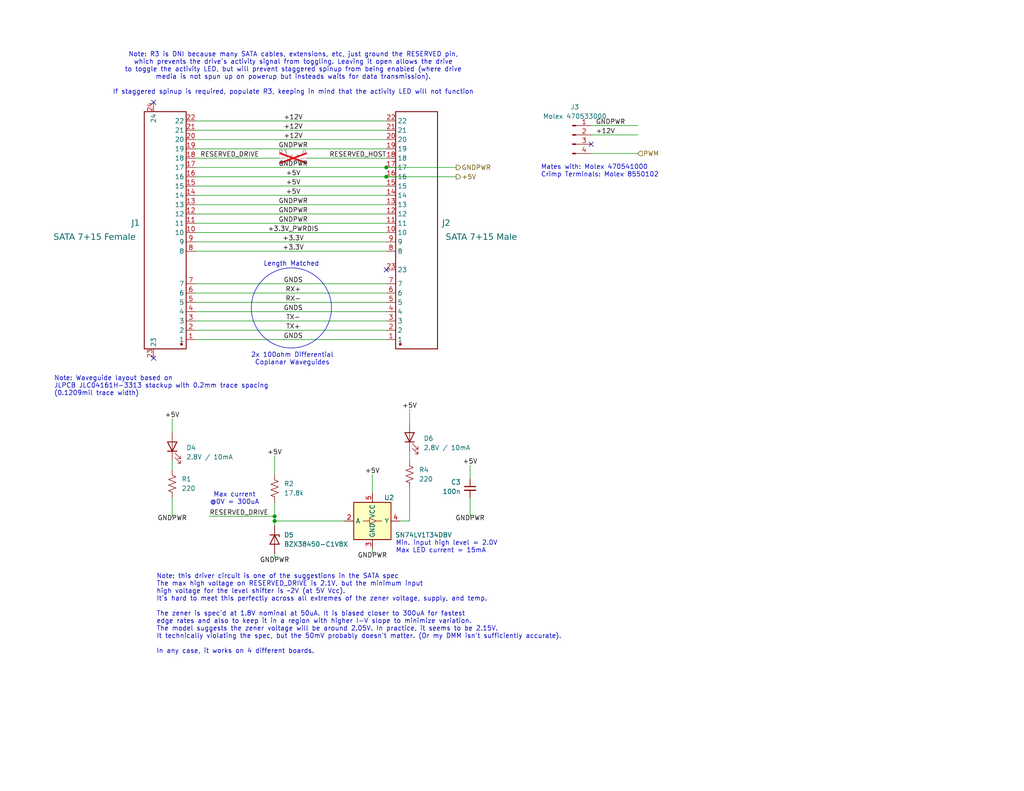
<source format=kicad_sch>
(kicad_sch
	(version 20250114)
	(generator "eeschema")
	(generator_version "9.0")
	(uuid "4247ba1b-fd50-4dee-bf22-e137db9f3c02")
	(paper "USLetter")
	(title_block
		(title "SATA Drive Connections")
	)
	(lib_symbols
		(symbol "1U Backplane:SATA 7+15 TYPE-A (Male)"
			(exclude_from_sim no)
			(in_bom yes)
			(on_board yes)
			(property "Reference" "J2"
				(at -0.9652 -36.1823 0)
				(effects
					(font
						(face "Arial")
						(size 1.6891 1.6891)
					)
					(justify left top)
				)
			)
			(property "Value" "SATA 7+15 Male"
				(at -1.3208 -33.8709 0)
				(effects
					(font
						(face "Arial")
						(size 1.6891 1.6891)
					)
					(justify left top)
				)
			)
			(property "Footprint" "1U Backplane:CONN-TH_SATA7-15-TYPE-A"
				(at 0 0 0)
				(effects
					(font
						(size 1.27 1.27)
					)
					(hide yes)
				)
			)
			(property "Datasheet" ""
				(at 0 0 0)
				(effects
					(font
						(size 1.27 1.27)
					)
					(hide yes)
				)
			)
			(property "Description" ""
				(at 0 0 0)
				(effects
					(font
						(size 1.27 1.27)
					)
					(hide yes)
				)
			)
			(property "Manufacturer Part" "SATA 7+15 TYPE-A"
				(at 0 0 0)
				(effects
					(font
						(size 1.27 1.27)
					)
					(hide yes)
				)
			)
			(property "Manufacturer" "null"
				(at 0 0 0)
				(effects
					(font
						(size 1.27 1.27)
					)
					(hide yes)
				)
			)
			(property "Supplier Part" "C9900165528"
				(at 0 0 0)
				(effects
					(font
						(size 1.27 1.27)
					)
					(hide yes)
				)
			)
			(property "Supplier" "LCSC"
				(at 0 0 0)
				(effects
					(font
						(size 1.27 1.27)
					)
					(hide yes)
				)
			)
			(symbol "SATA 7+15 TYPE-A (Male)_0_0"
				(rectangle
					(start -3.81 31.75)
					(end 7.62 -33.02)
					(stroke
						(width 0.254)
						(type solid)
					)
					(fill
						(type none)
					)
				)
				(circle
					(center -2.54 -31.75)
					(radius 0.254)
					(stroke
						(width 0.254)
						(type solid)
					)
					(fill
						(type outline)
					)
				)
				(pin unspecified line
					(at -6.35 29.21 0)
					(length 2.54)
					(name "22"
						(effects
							(font
								(size 1.27 1.27)
							)
						)
					)
					(number "22"
						(effects
							(font
								(size 1.27 1.27)
							)
						)
					)
				)
				(pin unspecified line
					(at -6.35 26.67 0)
					(length 2.54)
					(name "21"
						(effects
							(font
								(size 1.27 1.27)
							)
						)
					)
					(number "21"
						(effects
							(font
								(size 1.27 1.27)
							)
						)
					)
				)
				(pin unspecified line
					(at -6.35 24.13 0)
					(length 2.54)
					(name "20"
						(effects
							(font
								(size 1.27 1.27)
							)
						)
					)
					(number "20"
						(effects
							(font
								(size 1.27 1.27)
							)
						)
					)
				)
				(pin unspecified line
					(at -6.35 21.59 0)
					(length 2.54)
					(name "19"
						(effects
							(font
								(size 1.27 1.27)
							)
						)
					)
					(number "19"
						(effects
							(font
								(size 1.27 1.27)
							)
						)
					)
				)
				(pin unspecified line
					(at -6.35 19.05 0)
					(length 2.54)
					(name "18"
						(effects
							(font
								(size 1.27 1.27)
							)
						)
					)
					(number "18"
						(effects
							(font
								(size 1.27 1.27)
							)
						)
					)
				)
				(pin unspecified line
					(at -6.35 16.51 0)
					(length 2.54)
					(name "17"
						(effects
							(font
								(size 1.27 1.27)
							)
						)
					)
					(number "17"
						(effects
							(font
								(size 1.27 1.27)
							)
						)
					)
				)
				(pin unspecified line
					(at -6.35 13.97 0)
					(length 2.54)
					(name "16"
						(effects
							(font
								(size 1.27 1.27)
							)
						)
					)
					(number "16"
						(effects
							(font
								(size 1.27 1.27)
							)
						)
					)
				)
				(pin unspecified line
					(at -6.35 11.43 0)
					(length 2.54)
					(name "15"
						(effects
							(font
								(size 1.27 1.27)
							)
						)
					)
					(number "15"
						(effects
							(font
								(size 1.27 1.27)
							)
						)
					)
				)
				(pin unspecified line
					(at -6.35 8.89 0)
					(length 2.54)
					(name "14"
						(effects
							(font
								(size 1.27 1.27)
							)
						)
					)
					(number "14"
						(effects
							(font
								(size 1.27 1.27)
							)
						)
					)
				)
				(pin unspecified line
					(at -6.35 6.35 0)
					(length 2.54)
					(name "13"
						(effects
							(font
								(size 1.27 1.27)
							)
						)
					)
					(number "13"
						(effects
							(font
								(size 1.27 1.27)
							)
						)
					)
				)
				(pin unspecified line
					(at -6.35 3.81 0)
					(length 2.54)
					(name "12"
						(effects
							(font
								(size 1.27 1.27)
							)
						)
					)
					(number "12"
						(effects
							(font
								(size 1.27 1.27)
							)
						)
					)
				)
				(pin unspecified line
					(at -6.35 1.27 0)
					(length 2.54)
					(name "11"
						(effects
							(font
								(size 1.27 1.27)
							)
						)
					)
					(number "11"
						(effects
							(font
								(size 1.27 1.27)
							)
						)
					)
				)
				(pin unspecified line
					(at -6.35 -1.27 0)
					(length 2.54)
					(name "10"
						(effects
							(font
								(size 1.27 1.27)
							)
						)
					)
					(number "10"
						(effects
							(font
								(size 1.27 1.27)
							)
						)
					)
				)
				(pin unspecified line
					(at -6.35 -3.81 0)
					(length 2.54)
					(name "9"
						(effects
							(font
								(size 1.27 1.27)
							)
						)
					)
					(number "9"
						(effects
							(font
								(size 1.27 1.27)
							)
						)
					)
				)
				(pin unspecified line
					(at -6.35 -6.35 0)
					(length 2.54)
					(name "8"
						(effects
							(font
								(size 1.27 1.27)
							)
						)
					)
					(number "8"
						(effects
							(font
								(size 1.27 1.27)
							)
						)
					)
				)
				(pin unspecified line
					(at -6.35 -11.43 0)
					(length 2.54)
					(name "23"
						(effects
							(font
								(size 1.27 1.27)
							)
						)
					)
					(number "23"
						(effects
							(font
								(size 1.27 1.27)
							)
						)
					)
				)
				(pin unspecified line
					(at -6.35 -15.24 0)
					(length 2.54)
					(name "7"
						(effects
							(font
								(size 1.27 1.27)
							)
						)
					)
					(number "7"
						(effects
							(font
								(size 1.27 1.27)
							)
						)
					)
				)
				(pin unspecified line
					(at -6.35 -17.78 0)
					(length 2.54)
					(name "6"
						(effects
							(font
								(size 1.27 1.27)
							)
						)
					)
					(number "6"
						(effects
							(font
								(size 1.27 1.27)
							)
						)
					)
				)
				(pin unspecified line
					(at -6.35 -20.32 0)
					(length 2.54)
					(name "5"
						(effects
							(font
								(size 1.27 1.27)
							)
						)
					)
					(number "5"
						(effects
							(font
								(size 1.27 1.27)
							)
						)
					)
				)
				(pin unspecified line
					(at -6.35 -22.86 0)
					(length 2.54)
					(name "4"
						(effects
							(font
								(size 1.27 1.27)
							)
						)
					)
					(number "4"
						(effects
							(font
								(size 1.27 1.27)
							)
						)
					)
				)
				(pin unspecified line
					(at -6.35 -25.4 0)
					(length 2.54)
					(name "3"
						(effects
							(font
								(size 1.27 1.27)
							)
						)
					)
					(number "3"
						(effects
							(font
								(size 1.27 1.27)
							)
						)
					)
				)
				(pin unspecified line
					(at -6.35 -27.94 0)
					(length 2.54)
					(name "2"
						(effects
							(font
								(size 1.27 1.27)
							)
						)
					)
					(number "2"
						(effects
							(font
								(size 1.27 1.27)
							)
						)
					)
				)
				(pin unspecified line
					(at -6.35 -30.48 0)
					(length 2.54)
					(name "1"
						(effects
							(font
								(size 1.27 1.27)
							)
						)
					)
					(number "1"
						(effects
							(font
								(size 1.27 1.27)
							)
						)
					)
				)
			)
			(embedded_fonts no)
		)
		(symbol "1U Backplane:SATA 7+15 TYPE-B (Female)"
			(exclude_from_sim no)
			(in_bom yes)
			(on_board yes)
			(property "Reference" "J1"
				(at -1.9812 -6.8199 0)
				(effects
					(font
						(face "Arial")
						(size 1.6891 1.6891)
					)
					(justify left top)
				)
			)
			(property "Value" "SATA 7+15 Female"
				(at -2.3368 -9.1567 0)
				(effects
					(font
						(face "Arial")
						(size 1.6891 1.6891)
					)
					(justify left top)
				)
			)
			(property "Footprint" "1U Backplane:CONN-TH_SATA7-15-TYPE-B"
				(at 0 0 0)
				(effects
					(font
						(size 1.27 1.27)
					)
					(hide yes)
				)
			)
			(property "Datasheet" ""
				(at 0 0 0)
				(effects
					(font
						(size 1.27 1.27)
					)
					(hide yes)
				)
			)
			(property "Description" ""
				(at 0 0 0)
				(effects
					(font
						(size 1.27 1.27)
					)
					(hide yes)
				)
			)
			(property "Manufacturer Part" "SATA 7+15 TYPE-B"
				(at 0 0 0)
				(effects
					(font
						(size 1.27 1.27)
					)
					(hide yes)
				)
			)
			(property "Manufacturer" "null"
				(at 0 0 0)
				(effects
					(font
						(size 1.27 1.27)
					)
					(hide yes)
				)
			)
			(property "Supplier Part" "C9900165527"
				(at 0 0 0)
				(effects
					(font
						(size 1.27 1.27)
					)
					(hide yes)
				)
			)
			(property "Supplier" "LCSC"
				(at 0 0 0)
				(effects
					(font
						(size 1.27 1.27)
					)
					(hide yes)
				)
			)
			(symbol "SATA 7+15 TYPE-B (Female)_0_0"
				(rectangle
					(start -33.02 5.08)
					(end 31.75 -6.35)
					(stroke
						(width 0.254)
						(type solid)
					)
					(fill
						(type none)
					)
				)
				(circle
					(center 30.48 3.81)
					(radius 0.254)
					(stroke
						(width 0.254)
						(type solid)
					)
					(fill
						(type outline)
					)
				)
				(pin unspecified line
					(at -35.56 -3.81 0)
					(length 2.54)
					(name "24"
						(effects
							(font
								(size 1.27 1.27)
							)
						)
					)
					(number "24"
						(effects
							(font
								(size 1.27 1.27)
							)
						)
					)
				)
				(pin unspecified line
					(at -30.48 7.62 270)
					(length 2.54)
					(name "22"
						(effects
							(font
								(size 1.27 1.27)
							)
						)
					)
					(number "22"
						(effects
							(font
								(size 1.27 1.27)
							)
						)
					)
				)
				(pin unspecified line
					(at -27.94 7.62 270)
					(length 2.54)
					(name "21"
						(effects
							(font
								(size 1.27 1.27)
							)
						)
					)
					(number "21"
						(effects
							(font
								(size 1.27 1.27)
							)
						)
					)
				)
				(pin unspecified line
					(at -25.4 7.62 270)
					(length 2.54)
					(name "20"
						(effects
							(font
								(size 1.27 1.27)
							)
						)
					)
					(number "20"
						(effects
							(font
								(size 1.27 1.27)
							)
						)
					)
				)
				(pin unspecified line
					(at -22.86 7.62 270)
					(length 2.54)
					(name "19"
						(effects
							(font
								(size 1.27 1.27)
							)
						)
					)
					(number "19"
						(effects
							(font
								(size 1.27 1.27)
							)
						)
					)
				)
				(pin unspecified line
					(at -20.32 7.62 270)
					(length 2.54)
					(name "18"
						(effects
							(font
								(size 1.27 1.27)
							)
						)
					)
					(number "18"
						(effects
							(font
								(size 1.27 1.27)
							)
						)
					)
				)
				(pin unspecified line
					(at -17.78 7.62 270)
					(length 2.54)
					(name "17"
						(effects
							(font
								(size 1.27 1.27)
							)
						)
					)
					(number "17"
						(effects
							(font
								(size 1.27 1.27)
							)
						)
					)
				)
				(pin unspecified line
					(at -15.24 7.62 270)
					(length 2.54)
					(name "16"
						(effects
							(font
								(size 1.27 1.27)
							)
						)
					)
					(number "16"
						(effects
							(font
								(size 1.27 1.27)
							)
						)
					)
				)
				(pin unspecified line
					(at -12.7 7.62 270)
					(length 2.54)
					(name "15"
						(effects
							(font
								(size 1.27 1.27)
							)
						)
					)
					(number "15"
						(effects
							(font
								(size 1.27 1.27)
							)
						)
					)
				)
				(pin unspecified line
					(at -10.16 7.62 270)
					(length 2.54)
					(name "14"
						(effects
							(font
								(size 1.27 1.27)
							)
						)
					)
					(number "14"
						(effects
							(font
								(size 1.27 1.27)
							)
						)
					)
				)
				(pin unspecified line
					(at -7.62 7.62 270)
					(length 2.54)
					(name "13"
						(effects
							(font
								(size 1.27 1.27)
							)
						)
					)
					(number "13"
						(effects
							(font
								(size 1.27 1.27)
							)
						)
					)
				)
				(pin unspecified line
					(at -5.08 7.62 270)
					(length 2.54)
					(name "12"
						(effects
							(font
								(size 1.27 1.27)
							)
						)
					)
					(number "12"
						(effects
							(font
								(size 1.27 1.27)
							)
						)
					)
				)
				(pin unspecified line
					(at -2.54 7.62 270)
					(length 2.54)
					(name "11"
						(effects
							(font
								(size 1.27 1.27)
							)
						)
					)
					(number "11"
						(effects
							(font
								(size 1.27 1.27)
							)
						)
					)
				)
				(pin unspecified line
					(at 0 7.62 270)
					(length 2.54)
					(name "10"
						(effects
							(font
								(size 1.27 1.27)
							)
						)
					)
					(number "10"
						(effects
							(font
								(size 1.27 1.27)
							)
						)
					)
				)
				(pin unspecified line
					(at 2.54 7.62 270)
					(length 2.54)
					(name "9"
						(effects
							(font
								(size 1.27 1.27)
							)
						)
					)
					(number "9"
						(effects
							(font
								(size 1.27 1.27)
							)
						)
					)
				)
				(pin unspecified line
					(at 5.08 7.62 270)
					(length 2.54)
					(name "8"
						(effects
							(font
								(size 1.27 1.27)
							)
						)
					)
					(number "8"
						(effects
							(font
								(size 1.27 1.27)
							)
						)
					)
				)
				(pin unspecified line
					(at 13.97 7.62 270)
					(length 2.54)
					(name "7"
						(effects
							(font
								(size 1.27 1.27)
							)
						)
					)
					(number "7"
						(effects
							(font
								(size 1.27 1.27)
							)
						)
					)
				)
				(pin unspecified line
					(at 16.51 7.62 270)
					(length 2.54)
					(name "6"
						(effects
							(font
								(size 1.27 1.27)
							)
						)
					)
					(number "6"
						(effects
							(font
								(size 1.27 1.27)
							)
						)
					)
				)
				(pin unspecified line
					(at 19.05 7.62 270)
					(length 2.54)
					(name "5"
						(effects
							(font
								(size 1.27 1.27)
							)
						)
					)
					(number "5"
						(effects
							(font
								(size 1.27 1.27)
							)
						)
					)
				)
				(pin unspecified line
					(at 21.59 7.62 270)
					(length 2.54)
					(name "4"
						(effects
							(font
								(size 1.27 1.27)
							)
						)
					)
					(number "4"
						(effects
							(font
								(size 1.27 1.27)
							)
						)
					)
				)
				(pin unspecified line
					(at 24.13 7.62 270)
					(length 2.54)
					(name "3"
						(effects
							(font
								(size 1.27 1.27)
							)
						)
					)
					(number "3"
						(effects
							(font
								(size 1.27 1.27)
							)
						)
					)
				)
				(pin unspecified line
					(at 26.67 7.62 270)
					(length 2.54)
					(name "2"
						(effects
							(font
								(size 1.27 1.27)
							)
						)
					)
					(number "2"
						(effects
							(font
								(size 1.27 1.27)
							)
						)
					)
				)
				(pin unspecified line
					(at 29.21 7.62 270)
					(length 2.54)
					(name "1"
						(effects
							(font
								(size 1.27 1.27)
							)
						)
					)
					(number "1"
						(effects
							(font
								(size 1.27 1.27)
							)
						)
					)
				)
				(pin unspecified line
					(at 34.29 -3.81 180)
					(length 2.54)
					(name "23"
						(effects
							(font
								(size 1.27 1.27)
							)
						)
					)
					(number "23"
						(effects
							(font
								(size 1.27 1.27)
							)
						)
					)
				)
			)
			(embedded_fonts no)
		)
		(symbol "Connector:Conn_01x04_Pin"
			(pin_names
				(offset 1.016)
				(hide yes)
			)
			(exclude_from_sim no)
			(in_bom yes)
			(on_board yes)
			(property "Reference" "J"
				(at 0 5.08 0)
				(effects
					(font
						(size 1.27 1.27)
					)
				)
			)
			(property "Value" "Conn_01x04_Pin"
				(at 0 -7.62 0)
				(effects
					(font
						(size 1.27 1.27)
					)
				)
			)
			(property "Footprint" ""
				(at 0 0 0)
				(effects
					(font
						(size 1.27 1.27)
					)
					(hide yes)
				)
			)
			(property "Datasheet" "~"
				(at 0 0 0)
				(effects
					(font
						(size 1.27 1.27)
					)
					(hide yes)
				)
			)
			(property "Description" "Generic connector, single row, 01x04, script generated"
				(at 0 0 0)
				(effects
					(font
						(size 1.27 1.27)
					)
					(hide yes)
				)
			)
			(property "ki_locked" ""
				(at 0 0 0)
				(effects
					(font
						(size 1.27 1.27)
					)
				)
			)
			(property "ki_keywords" "connector"
				(at 0 0 0)
				(effects
					(font
						(size 1.27 1.27)
					)
					(hide yes)
				)
			)
			(property "ki_fp_filters" "Connector*:*_1x??_*"
				(at 0 0 0)
				(effects
					(font
						(size 1.27 1.27)
					)
					(hide yes)
				)
			)
			(symbol "Conn_01x04_Pin_1_1"
				(rectangle
					(start 0.8636 2.667)
					(end 0 2.413)
					(stroke
						(width 0.1524)
						(type default)
					)
					(fill
						(type outline)
					)
				)
				(rectangle
					(start 0.8636 0.127)
					(end 0 -0.127)
					(stroke
						(width 0.1524)
						(type default)
					)
					(fill
						(type outline)
					)
				)
				(rectangle
					(start 0.8636 -2.413)
					(end 0 -2.667)
					(stroke
						(width 0.1524)
						(type default)
					)
					(fill
						(type outline)
					)
				)
				(rectangle
					(start 0.8636 -4.953)
					(end 0 -5.207)
					(stroke
						(width 0.1524)
						(type default)
					)
					(fill
						(type outline)
					)
				)
				(polyline
					(pts
						(xy 1.27 2.54) (xy 0.8636 2.54)
					)
					(stroke
						(width 0.1524)
						(type default)
					)
					(fill
						(type none)
					)
				)
				(polyline
					(pts
						(xy 1.27 0) (xy 0.8636 0)
					)
					(stroke
						(width 0.1524)
						(type default)
					)
					(fill
						(type none)
					)
				)
				(polyline
					(pts
						(xy 1.27 -2.54) (xy 0.8636 -2.54)
					)
					(stroke
						(width 0.1524)
						(type default)
					)
					(fill
						(type none)
					)
				)
				(polyline
					(pts
						(xy 1.27 -5.08) (xy 0.8636 -5.08)
					)
					(stroke
						(width 0.1524)
						(type default)
					)
					(fill
						(type none)
					)
				)
				(pin passive line
					(at 5.08 2.54 180)
					(length 3.81)
					(name "Pin_1"
						(effects
							(font
								(size 1.27 1.27)
							)
						)
					)
					(number "1"
						(effects
							(font
								(size 1.27 1.27)
							)
						)
					)
				)
				(pin passive line
					(at 5.08 0 180)
					(length 3.81)
					(name "Pin_2"
						(effects
							(font
								(size 1.27 1.27)
							)
						)
					)
					(number "2"
						(effects
							(font
								(size 1.27 1.27)
							)
						)
					)
				)
				(pin passive line
					(at 5.08 -2.54 180)
					(length 3.81)
					(name "Pin_3"
						(effects
							(font
								(size 1.27 1.27)
							)
						)
					)
					(number "3"
						(effects
							(font
								(size 1.27 1.27)
							)
						)
					)
				)
				(pin passive line
					(at 5.08 -5.08 180)
					(length 3.81)
					(name "Pin_4"
						(effects
							(font
								(size 1.27 1.27)
							)
						)
					)
					(number "4"
						(effects
							(font
								(size 1.27 1.27)
							)
						)
					)
				)
			)
			(embedded_fonts no)
		)
		(symbol "Device:C_Small"
			(pin_numbers
				(hide yes)
			)
			(pin_names
				(offset 0.254)
				(hide yes)
			)
			(exclude_from_sim no)
			(in_bom yes)
			(on_board yes)
			(property "Reference" "C"
				(at 0.254 1.778 0)
				(effects
					(font
						(size 1.27 1.27)
					)
					(justify left)
				)
			)
			(property "Value" "C_Small"
				(at 0.254 -2.032 0)
				(effects
					(font
						(size 1.27 1.27)
					)
					(justify left)
				)
			)
			(property "Footprint" ""
				(at 0 0 0)
				(effects
					(font
						(size 1.27 1.27)
					)
					(hide yes)
				)
			)
			(property "Datasheet" "~"
				(at 0 0 0)
				(effects
					(font
						(size 1.27 1.27)
					)
					(hide yes)
				)
			)
			(property "Description" "Unpolarized capacitor, small symbol"
				(at 0 0 0)
				(effects
					(font
						(size 1.27 1.27)
					)
					(hide yes)
				)
			)
			(property "ki_keywords" "capacitor cap"
				(at 0 0 0)
				(effects
					(font
						(size 1.27 1.27)
					)
					(hide yes)
				)
			)
			(property "ki_fp_filters" "C_*"
				(at 0 0 0)
				(effects
					(font
						(size 1.27 1.27)
					)
					(hide yes)
				)
			)
			(symbol "C_Small_0_1"
				(polyline
					(pts
						(xy -1.524 0.508) (xy 1.524 0.508)
					)
					(stroke
						(width 0.3048)
						(type default)
					)
					(fill
						(type none)
					)
				)
				(polyline
					(pts
						(xy -1.524 -0.508) (xy 1.524 -0.508)
					)
					(stroke
						(width 0.3302)
						(type default)
					)
					(fill
						(type none)
					)
				)
			)
			(symbol "C_Small_1_1"
				(pin passive line
					(at 0 2.54 270)
					(length 2.032)
					(name "~"
						(effects
							(font
								(size 1.27 1.27)
							)
						)
					)
					(number "1"
						(effects
							(font
								(size 1.27 1.27)
							)
						)
					)
				)
				(pin passive line
					(at 0 -2.54 90)
					(length 2.032)
					(name "~"
						(effects
							(font
								(size 1.27 1.27)
							)
						)
					)
					(number "2"
						(effects
							(font
								(size 1.27 1.27)
							)
						)
					)
				)
			)
			(embedded_fonts no)
		)
		(symbol "Device:D_Zener"
			(pin_numbers
				(hide yes)
			)
			(pin_names
				(offset 1.016)
				(hide yes)
			)
			(exclude_from_sim no)
			(in_bom yes)
			(on_board yes)
			(property "Reference" "D"
				(at 0 2.54 0)
				(effects
					(font
						(size 1.27 1.27)
					)
				)
			)
			(property "Value" "D_Zener"
				(at 0 -2.54 0)
				(effects
					(font
						(size 1.27 1.27)
					)
				)
			)
			(property "Footprint" ""
				(at 0 0 0)
				(effects
					(font
						(size 1.27 1.27)
					)
					(hide yes)
				)
			)
			(property "Datasheet" "~"
				(at 0 0 0)
				(effects
					(font
						(size 1.27 1.27)
					)
					(hide yes)
				)
			)
			(property "Description" "Zener diode"
				(at 0 0 0)
				(effects
					(font
						(size 1.27 1.27)
					)
					(hide yes)
				)
			)
			(property "ki_keywords" "diode"
				(at 0 0 0)
				(effects
					(font
						(size 1.27 1.27)
					)
					(hide yes)
				)
			)
			(property "ki_fp_filters" "TO-???* *_Diode_* *SingleDiode* D_*"
				(at 0 0 0)
				(effects
					(font
						(size 1.27 1.27)
					)
					(hide yes)
				)
			)
			(symbol "D_Zener_0_1"
				(polyline
					(pts
						(xy -1.27 -1.27) (xy -1.27 1.27) (xy -0.762 1.27)
					)
					(stroke
						(width 0.254)
						(type default)
					)
					(fill
						(type none)
					)
				)
				(polyline
					(pts
						(xy 1.27 0) (xy -1.27 0)
					)
					(stroke
						(width 0)
						(type default)
					)
					(fill
						(type none)
					)
				)
				(polyline
					(pts
						(xy 1.27 -1.27) (xy 1.27 1.27) (xy -1.27 0) (xy 1.27 -1.27)
					)
					(stroke
						(width 0.254)
						(type default)
					)
					(fill
						(type none)
					)
				)
			)
			(symbol "D_Zener_1_1"
				(pin passive line
					(at -3.81 0 0)
					(length 2.54)
					(name "K"
						(effects
							(font
								(size 1.27 1.27)
							)
						)
					)
					(number "1"
						(effects
							(font
								(size 1.27 1.27)
							)
						)
					)
				)
				(pin passive line
					(at 3.81 0 180)
					(length 2.54)
					(name "A"
						(effects
							(font
								(size 1.27 1.27)
							)
						)
					)
					(number "2"
						(effects
							(font
								(size 1.27 1.27)
							)
						)
					)
				)
			)
			(embedded_fonts no)
		)
		(symbol "Device:LED"
			(pin_numbers
				(hide yes)
			)
			(pin_names
				(offset 1.016)
				(hide yes)
			)
			(exclude_from_sim no)
			(in_bom yes)
			(on_board yes)
			(property "Reference" "D"
				(at 0 2.54 0)
				(effects
					(font
						(size 1.27 1.27)
					)
				)
			)
			(property "Value" "LED"
				(at 0 -2.54 0)
				(effects
					(font
						(size 1.27 1.27)
					)
				)
			)
			(property "Footprint" ""
				(at 0 0 0)
				(effects
					(font
						(size 1.27 1.27)
					)
					(hide yes)
				)
			)
			(property "Datasheet" "~"
				(at 0 0 0)
				(effects
					(font
						(size 1.27 1.27)
					)
					(hide yes)
				)
			)
			(property "Description" "Light emitting diode"
				(at 0 0 0)
				(effects
					(font
						(size 1.27 1.27)
					)
					(hide yes)
				)
			)
			(property "ki_keywords" "LED diode"
				(at 0 0 0)
				(effects
					(font
						(size 1.27 1.27)
					)
					(hide yes)
				)
			)
			(property "ki_fp_filters" "LED* LED_SMD:* LED_THT:*"
				(at 0 0 0)
				(effects
					(font
						(size 1.27 1.27)
					)
					(hide yes)
				)
			)
			(symbol "LED_0_1"
				(polyline
					(pts
						(xy -3.048 -0.762) (xy -4.572 -2.286) (xy -3.81 -2.286) (xy -4.572 -2.286) (xy -4.572 -1.524)
					)
					(stroke
						(width 0)
						(type default)
					)
					(fill
						(type none)
					)
				)
				(polyline
					(pts
						(xy -1.778 -0.762) (xy -3.302 -2.286) (xy -2.54 -2.286) (xy -3.302 -2.286) (xy -3.302 -1.524)
					)
					(stroke
						(width 0)
						(type default)
					)
					(fill
						(type none)
					)
				)
				(polyline
					(pts
						(xy -1.27 0) (xy 1.27 0)
					)
					(stroke
						(width 0)
						(type default)
					)
					(fill
						(type none)
					)
				)
				(polyline
					(pts
						(xy -1.27 -1.27) (xy -1.27 1.27)
					)
					(stroke
						(width 0.254)
						(type default)
					)
					(fill
						(type none)
					)
				)
				(polyline
					(pts
						(xy 1.27 -1.27) (xy 1.27 1.27) (xy -1.27 0) (xy 1.27 -1.27)
					)
					(stroke
						(width 0.254)
						(type default)
					)
					(fill
						(type none)
					)
				)
			)
			(symbol "LED_1_1"
				(pin passive line
					(at -3.81 0 0)
					(length 2.54)
					(name "K"
						(effects
							(font
								(size 1.27 1.27)
							)
						)
					)
					(number "1"
						(effects
							(font
								(size 1.27 1.27)
							)
						)
					)
				)
				(pin passive line
					(at 3.81 0 180)
					(length 2.54)
					(name "A"
						(effects
							(font
								(size 1.27 1.27)
							)
						)
					)
					(number "2"
						(effects
							(font
								(size 1.27 1.27)
							)
						)
					)
				)
			)
			(embedded_fonts no)
		)
		(symbol "Device:R_US"
			(pin_numbers
				(hide yes)
			)
			(pin_names
				(offset 0)
			)
			(exclude_from_sim no)
			(in_bom yes)
			(on_board yes)
			(property "Reference" "R"
				(at 2.54 0 90)
				(effects
					(font
						(size 1.27 1.27)
					)
				)
			)
			(property "Value" "R_US"
				(at -2.54 0 90)
				(effects
					(font
						(size 1.27 1.27)
					)
				)
			)
			(property "Footprint" ""
				(at 1.016 -0.254 90)
				(effects
					(font
						(size 1.27 1.27)
					)
					(hide yes)
				)
			)
			(property "Datasheet" "~"
				(at 0 0 0)
				(effects
					(font
						(size 1.27 1.27)
					)
					(hide yes)
				)
			)
			(property "Description" "Resistor, US symbol"
				(at 0 0 0)
				(effects
					(font
						(size 1.27 1.27)
					)
					(hide yes)
				)
			)
			(property "ki_keywords" "R res resistor"
				(at 0 0 0)
				(effects
					(font
						(size 1.27 1.27)
					)
					(hide yes)
				)
			)
			(property "ki_fp_filters" "R_*"
				(at 0 0 0)
				(effects
					(font
						(size 1.27 1.27)
					)
					(hide yes)
				)
			)
			(symbol "R_US_0_1"
				(polyline
					(pts
						(xy 0 2.286) (xy 0 2.54)
					)
					(stroke
						(width 0)
						(type default)
					)
					(fill
						(type none)
					)
				)
				(polyline
					(pts
						(xy 0 2.286) (xy 1.016 1.905) (xy 0 1.524) (xy -1.016 1.143) (xy 0 0.762)
					)
					(stroke
						(width 0)
						(type default)
					)
					(fill
						(type none)
					)
				)
				(polyline
					(pts
						(xy 0 0.762) (xy 1.016 0.381) (xy 0 0) (xy -1.016 -0.381) (xy 0 -0.762)
					)
					(stroke
						(width 0)
						(type default)
					)
					(fill
						(type none)
					)
				)
				(polyline
					(pts
						(xy 0 -0.762) (xy 1.016 -1.143) (xy 0 -1.524) (xy -1.016 -1.905) (xy 0 -2.286)
					)
					(stroke
						(width 0)
						(type default)
					)
					(fill
						(type none)
					)
				)
				(polyline
					(pts
						(xy 0 -2.286) (xy 0 -2.54)
					)
					(stroke
						(width 0)
						(type default)
					)
					(fill
						(type none)
					)
				)
			)
			(symbol "R_US_1_1"
				(pin passive line
					(at 0 3.81 270)
					(length 1.27)
					(name "~"
						(effects
							(font
								(size 1.27 1.27)
							)
						)
					)
					(number "1"
						(effects
							(font
								(size 1.27 1.27)
							)
						)
					)
				)
				(pin passive line
					(at 0 -3.81 90)
					(length 1.27)
					(name "~"
						(effects
							(font
								(size 1.27 1.27)
							)
						)
					)
					(number "2"
						(effects
							(font
								(size 1.27 1.27)
							)
						)
					)
				)
			)
			(embedded_fonts no)
		)
		(symbol "Logic_LevelTranslator:SN74LV1T34DBV"
			(exclude_from_sim no)
			(in_bom yes)
			(on_board yes)
			(property "Reference" "U"
				(at 5.08 6.35 0)
				(effects
					(font
						(size 1.27 1.27)
					)
					(justify left)
				)
			)
			(property "Value" "SN74LV1T34DBV"
				(at 5.08 3.81 0)
				(effects
					(font
						(size 1.27 1.27)
					)
					(justify left)
				)
			)
			(property "Footprint" "Package_TO_SOT_SMD:SOT-23-5"
				(at 16.51 -6.35 0)
				(effects
					(font
						(size 1.27 1.27)
					)
					(hide yes)
				)
			)
			(property "Datasheet" "https://www.ti.com/lit/ds/symlink/sn74lv1t34.pdf"
				(at -10.16 -5.08 0)
				(effects
					(font
						(size 1.27 1.27)
					)
					(hide yes)
				)
			)
			(property "Description" "Single Power Supply, Single Buffer GATE, CMOS Logic, Level Shifter, SOT-23-5"
				(at 0 0 0)
				(effects
					(font
						(size 1.27 1.27)
					)
					(hide yes)
				)
			)
			(property "ki_keywords" "single buffer level shift"
				(at 0 0 0)
				(effects
					(font
						(size 1.27 1.27)
					)
					(hide yes)
				)
			)
			(property "ki_fp_filters" "SOT?23*"
				(at 0 0 0)
				(effects
					(font
						(size 1.27 1.27)
					)
					(hide yes)
				)
			)
			(symbol "SN74LV1T34DBV_0_1"
				(rectangle
					(start -5.08 5.08)
					(end 5.08 -5.08)
					(stroke
						(width 0.254)
						(type default)
					)
					(fill
						(type background)
					)
				)
				(polyline
					(pts
						(xy -0.762 0) (xy -2.54 0)
					)
					(stroke
						(width 0)
						(type default)
					)
					(fill
						(type none)
					)
				)
				(polyline
					(pts
						(xy 1.016 0) (xy 2.54 0)
					)
					(stroke
						(width 0)
						(type default)
					)
					(fill
						(type none)
					)
				)
			)
			(symbol "SN74LV1T34DBV_1_1"
				(polyline
					(pts
						(xy -0.762 -0.762) (xy -0.762 0.762) (xy 1.016 0) (xy -0.762 -0.762)
					)
					(stroke
						(width 0)
						(type default)
					)
					(fill
						(type none)
					)
				)
				(pin input line
					(at -7.62 0 0)
					(length 2.54)
					(name "A"
						(effects
							(font
								(size 1.27 1.27)
							)
						)
					)
					(number "2"
						(effects
							(font
								(size 1.27 1.27)
							)
						)
					)
				)
				(pin no_connect line
					(at -5.08 2.54 0)
					(length 2.54)
					(hide yes)
					(name "NC"
						(effects
							(font
								(size 1.27 1.27)
							)
						)
					)
					(number "1"
						(effects
							(font
								(size 1.27 1.27)
							)
						)
					)
				)
				(pin power_in line
					(at 0 7.62 270)
					(length 2.54)
					(name "VCC"
						(effects
							(font
								(size 1.27 1.27)
							)
						)
					)
					(number "5"
						(effects
							(font
								(size 1.27 1.27)
							)
						)
					)
				)
				(pin power_in line
					(at 0 -7.62 90)
					(length 2.54)
					(name "GND"
						(effects
							(font
								(size 1.27 1.27)
							)
						)
					)
					(number "3"
						(effects
							(font
								(size 1.27 1.27)
							)
						)
					)
				)
				(pin output line
					(at 7.62 0 180)
					(length 2.54)
					(name "Y"
						(effects
							(font
								(size 1.27 1.27)
							)
						)
					)
					(number "4"
						(effects
							(font
								(size 1.27 1.27)
							)
						)
					)
				)
			)
			(embedded_fonts no)
		)
	)
	(circle
		(center 79.502 84.074)
		(radius 10.9338)
		(stroke
			(width 0)
			(type default)
		)
		(fill
			(type none)
		)
		(uuid 4729b66e-3d53-4e73-9052-b4b6f5d097a8)
	)
	(text "Note: Waveguide layout based on\nJLPCB JLC04161H-3313 stackup with 0.2mm trace spacing\n(0.1209mil trace width)"
		(exclude_from_sim no)
		(at 14.732 105.41 0)
		(effects
			(font
				(size 1.27 1.27)
			)
			(justify left)
		)
		(uuid "307de852-2efe-43c0-94d6-12d476afb21a")
	)
	(text "Min. input high level = 2.0V"
		(exclude_from_sim no)
		(at 107.95 148.336 0)
		(effects
			(font
				(size 1.27 1.27)
			)
			(justify left)
		)
		(uuid "37773b17-3630-4002-b9f8-0c6ba5fb57e8")
	)
	(text "Note: R3 is DNI because many SATA cables, extensions, etc, just ground the RESERVED pin,\nwhich prevents the drive's activity signal from toggling. Leaving it open allows the drive\nto toggle the activity LED, but will prevent staggered spinup from being enabled (where drive\nmedia is not spun up on powerup but insteads waits for data transmission).\n\nIf staggered spinup is required, populate R3, keeping in mind that the activity LED will not function"
		(exclude_from_sim no)
		(at 80.01 20.066 0)
		(effects
			(font
				(size 1.27 1.27)
			)
		)
		(uuid "37817ad5-7227-4348-b3d6-b2f9b5281b9f")
	)
	(text "Length Matched"
		(exclude_from_sim no)
		(at 79.502 72.136 0)
		(effects
			(font
				(size 1.27 1.27)
			)
		)
		(uuid "5152b3f6-ae61-4ac0-a0f1-8cae9a1bab0c")
	)
	(text "Max current\n@0V = 300uA"
		(exclude_from_sim no)
		(at 64.008 136.144 0)
		(effects
			(font
				(size 1.27 1.27)
			)
		)
		(uuid "5cce1623-ee0c-4065-9e3a-7e9573c9b917")
	)
	(text "Max LED current = 15mA"
		(exclude_from_sim no)
		(at 107.95 150.368 0)
		(effects
			(font
				(size 1.27 1.27)
			)
			(justify left)
		)
		(uuid "8184a5fa-decc-4ba8-8cbf-b17726b7f12c")
	)
	(text "Mates with: Molex 470541000\nCrimp Terminals: Molex 8550102"
		(exclude_from_sim no)
		(at 147.574 46.736 0)
		(effects
			(font
				(size 1.27 1.27)
			)
			(justify left)
		)
		(uuid "998cd724-e59a-4ad4-b54e-fec7efd2b049")
	)
	(text "2x 100ohm Differential\nCoplanar Waveguides"
		(exclude_from_sim no)
		(at 79.756 98.044 0)
		(effects
			(font
				(size 1.27 1.27)
			)
		)
		(uuid "d2d8b29d-0844-4842-89fd-65978ab752a8")
	)
	(text "Note: this driver circuit is one of the suggestions in the SATA spec\nThe max high voltage on RESERVED_DRIVE is 2.1V, but the minimum input\nhigh voltage for the level shifter is ~2V (at 5V Vcc).\nIt's hard to meet this perfectly across all extremes of the zener voltage, supply, and temp.\n\nThe zener is spec'd at 1.8V nominal at 50uA. It is biased closer to 300uA for fastest\nedge rates and also to keep it in a region with higher I-V slope to minimize variation.\nThe model suggests the zener voltage will be around 2.05V. In practice, it seems to be 2.15V.\nIt technically violating the spec, but the 50mV probably doesn't matter. (Or my DMM isn't sufficiently accurate).\n\nIn any case, it works on 4 different boards. \n\n"
		(exclude_from_sim no)
		(at 42.672 168.656 0)
		(effects
			(font
				(size 1.27 1.27)
			)
			(justify left)
		)
		(uuid "e24c02e1-fa24-4dfa-b040-b4b048fc2a82")
	)
	(junction
		(at 105.41 48.26)
		(diameter 0)
		(color 0 0 0 0)
		(uuid "2f2b5913-a279-454a-9016-526f601e9107")
	)
	(junction
		(at 105.41 45.72)
		(diameter 0)
		(color 0 0 0 0)
		(uuid "527813f2-84a4-403f-9fec-c6e4c62e1886")
	)
	(junction
		(at 74.93 140.97)
		(diameter 0)
		(color 0 0 0 0)
		(uuid "972ca2db-1b78-4970-af7e-6d75731fafe7")
	)
	(junction
		(at 74.93 142.24)
		(diameter 0)
		(color 0 0 0 0)
		(uuid "d042b97c-06d1-4eaf-bea7-306dfacd87f7")
	)
	(no_connect
		(at 161.29 39.37)
		(uuid "351afbca-22ad-4057-af5f-2171fa545411")
	)
	(no_connect
		(at 41.91 27.94)
		(uuid "5d846ad7-83af-412f-a20a-26020a806ea9")
	)
	(no_connect
		(at 41.91 97.79)
		(uuid "ab987910-6f8c-4b29-ac6a-fe4a5cf55cdd")
	)
	(no_connect
		(at 105.41 73.66)
		(uuid "c3aab456-b8a7-4387-8432-82545f60f481")
	)
	(wire
		(pts
			(xy 53.34 90.17) (xy 105.41 90.17)
		)
		(stroke
			(width 0)
			(type default)
		)
		(uuid "012fb63f-c3fb-448f-a325-ec2d2ce36876")
	)
	(wire
		(pts
			(xy 53.34 63.5) (xy 105.41 63.5)
		)
		(stroke
			(width 0)
			(type default)
		)
		(uuid "033f4dd2-d719-4887-a589-34c72ad2bb23")
	)
	(wire
		(pts
			(xy 53.34 77.47) (xy 105.41 77.47)
		)
		(stroke
			(width 0)
			(type default)
		)
		(uuid "0a3fad8a-03d7-4ac9-bdb7-d41aa2bd25c6")
	)
	(wire
		(pts
			(xy 101.6 129.54) (xy 101.6 134.62)
		)
		(stroke
			(width 0)
			(type default)
		)
		(uuid "0b2d6688-3712-4fd3-a942-30517b4dd0cd")
	)
	(wire
		(pts
			(xy 53.34 50.8) (xy 105.41 50.8)
		)
		(stroke
			(width 0)
			(type default)
		)
		(uuid "11dcee3d-f44d-403f-a947-70126e42a4bc")
	)
	(wire
		(pts
			(xy 74.93 142.24) (xy 93.98 142.24)
		)
		(stroke
			(width 0)
			(type default)
		)
		(uuid "1a89bb9f-826d-4d34-b12a-4eb86ac42b58")
	)
	(wire
		(pts
			(xy 53.34 66.04) (xy 105.41 66.04)
		)
		(stroke
			(width 0)
			(type default)
		)
		(uuid "1b0de3fe-c45b-473a-aaa5-adc17a3d2d3a")
	)
	(wire
		(pts
			(xy 53.34 48.26) (xy 105.41 48.26)
		)
		(stroke
			(width 0)
			(type default)
		)
		(uuid "1cd93bfb-3ea2-4317-8a41-8c08d389f6a0")
	)
	(wire
		(pts
			(xy 105.41 48.26) (xy 124.46 48.26)
		)
		(stroke
			(width 0)
			(type default)
		)
		(uuid "21090fa5-3fbe-4110-bed7-2666b89806de")
	)
	(wire
		(pts
			(xy 74.93 124.46) (xy 74.93 129.54)
		)
		(stroke
			(width 0)
			(type default)
		)
		(uuid "2620c53e-3fa6-4701-a01b-32a7b8916ebf")
	)
	(wire
		(pts
			(xy 53.34 40.64) (xy 105.41 40.64)
		)
		(stroke
			(width 0)
			(type default)
		)
		(uuid "2816e281-adf0-4a62-acfe-a4365057f15f")
	)
	(wire
		(pts
			(xy 53.34 87.63) (xy 105.41 87.63)
		)
		(stroke
			(width 0)
			(type default)
		)
		(uuid "2b7465ab-2af4-4b5d-8c26-abc671bfabf8")
	)
	(wire
		(pts
			(xy 53.34 60.96) (xy 105.41 60.96)
		)
		(stroke
			(width 0)
			(type default)
		)
		(uuid "306e354a-e718-42a0-a62d-78fc882bc02c")
	)
	(wire
		(pts
			(xy 83.82 43.18) (xy 105.41 43.18)
		)
		(stroke
			(width 0)
			(type default)
		)
		(uuid "35571bb3-9733-46a5-aa83-6bc868db0bfe")
	)
	(wire
		(pts
			(xy 53.34 55.88) (xy 105.41 55.88)
		)
		(stroke
			(width 0)
			(type default)
		)
		(uuid "3d53f850-bbf2-4410-aa9d-779fb0491bbc")
	)
	(wire
		(pts
			(xy 53.34 68.58) (xy 105.41 68.58)
		)
		(stroke
			(width 0)
			(type default)
		)
		(uuid "427e7506-2cdd-4c71-9593-be5066a208b0")
	)
	(wire
		(pts
			(xy 53.34 53.34) (xy 105.41 53.34)
		)
		(stroke
			(width 0)
			(type default)
		)
		(uuid "4446f8ff-fae6-4288-a475-46a0aaa8aac6")
	)
	(wire
		(pts
			(xy 53.34 85.09) (xy 105.41 85.09)
		)
		(stroke
			(width 0)
			(type default)
		)
		(uuid "504fc43f-0391-467e-b81b-b4959ffd4d73")
	)
	(wire
		(pts
			(xy 53.34 45.72) (xy 105.41 45.72)
		)
		(stroke
			(width 0)
			(type default)
		)
		(uuid "5627b4b8-6fc4-4a49-9c57-e3393b42dcd2")
	)
	(wire
		(pts
			(xy 74.93 143.51) (xy 74.93 142.24)
		)
		(stroke
			(width 0)
			(type default)
		)
		(uuid "57126a0b-e050-4eaf-b03f-89583ddfbf93")
	)
	(wire
		(pts
			(xy 111.76 123.19) (xy 111.76 125.73)
		)
		(stroke
			(width 0)
			(type default)
		)
		(uuid "57815f7f-4d98-4d3e-8b50-244c9d63abd8")
	)
	(wire
		(pts
			(xy 74.93 152.4) (xy 74.93 151.13)
		)
		(stroke
			(width 0)
			(type default)
		)
		(uuid "5bf8882b-4915-424b-97ca-5701e64842cd")
	)
	(wire
		(pts
			(xy 105.41 45.72) (xy 124.46 45.72)
		)
		(stroke
			(width 0)
			(type default)
		)
		(uuid "5c59eaa4-2816-4d02-95da-9da8ebcc4655")
	)
	(wire
		(pts
			(xy 53.34 82.55) (xy 105.41 82.55)
		)
		(stroke
			(width 0)
			(type default)
		)
		(uuid "6524bbcc-4db4-4073-8c21-b08bc7719de6")
	)
	(wire
		(pts
			(xy 161.29 41.91) (xy 173.99 41.91)
		)
		(stroke
			(width 0)
			(type default)
		)
		(uuid "66e570cc-9fdd-47f4-91ae-455eec6b1a61")
	)
	(wire
		(pts
			(xy 53.34 35.56) (xy 105.41 35.56)
		)
		(stroke
			(width 0)
			(type default)
		)
		(uuid "709d1229-8fef-4867-b8a9-4535b92dac73")
	)
	(wire
		(pts
			(xy 53.34 43.18) (xy 76.2 43.18)
		)
		(stroke
			(width 0)
			(type default)
		)
		(uuid "715f14d3-64ec-48bf-80e5-51da19c1084d")
	)
	(wire
		(pts
			(xy 53.34 38.1) (xy 105.41 38.1)
		)
		(stroke
			(width 0)
			(type default)
		)
		(uuid "786059b3-c031-423a-95b4-7b27e605ad66")
	)
	(wire
		(pts
			(xy 46.99 114.3) (xy 46.99 118.11)
		)
		(stroke
			(width 0)
			(type default)
		)
		(uuid "79a45c51-ea80-44c3-bf7f-d9a74031dad1")
	)
	(wire
		(pts
			(xy 128.27 135.89) (xy 128.27 140.97)
		)
		(stroke
			(width 0)
			(type default)
		)
		(uuid "80d8efa6-ae02-4f76-95b6-e89530f1a575")
	)
	(wire
		(pts
			(xy 101.6 151.13) (xy 101.6 149.86)
		)
		(stroke
			(width 0)
			(type default)
		)
		(uuid "88766ccf-8c88-4b37-a995-4a6a544335f9")
	)
	(wire
		(pts
			(xy 53.34 92.71) (xy 105.41 92.71)
		)
		(stroke
			(width 0)
			(type default)
		)
		(uuid "8bc54522-7f59-4252-a9aa-86b0941a0e2f")
	)
	(wire
		(pts
			(xy 57.15 140.97) (xy 74.93 140.97)
		)
		(stroke
			(width 0)
			(type default)
		)
		(uuid "94c25954-17e0-48ab-ac41-6e0ec31c668a")
	)
	(wire
		(pts
			(xy 53.34 33.02) (xy 105.41 33.02)
		)
		(stroke
			(width 0)
			(type default)
		)
		(uuid "9924bd1d-1f9d-4218-a521-19dfa4ecfbe8")
	)
	(wire
		(pts
			(xy 161.29 34.29) (xy 173.99 34.29)
		)
		(stroke
			(width 0)
			(type default)
		)
		(uuid "a2845706-cbc6-4a9b-acf4-8e174f445cf3")
	)
	(wire
		(pts
			(xy 46.99 125.73) (xy 46.99 128.27)
		)
		(stroke
			(width 0)
			(type default)
		)
		(uuid "a762f925-8680-46c6-a634-8a967d51e73e")
	)
	(wire
		(pts
			(xy 128.27 127) (xy 128.27 130.81)
		)
		(stroke
			(width 0)
			(type default)
		)
		(uuid "b08c5451-2dcc-4cf9-8fae-05500af32271")
	)
	(wire
		(pts
			(xy 74.93 137.16) (xy 74.93 140.97)
		)
		(stroke
			(width 0)
			(type default)
		)
		(uuid "b1ded9b7-9906-45f0-8c5f-c4b51758d5ac")
	)
	(wire
		(pts
			(xy 109.22 142.24) (xy 111.76 142.24)
		)
		(stroke
			(width 0)
			(type default)
		)
		(uuid "b35497bb-2ed1-4f57-9114-1c152174c487")
	)
	(wire
		(pts
			(xy 161.29 36.83) (xy 173.99 36.83)
		)
		(stroke
			(width 0)
			(type default)
		)
		(uuid "cc347303-91ab-4c95-b6a9-90bf4ca1d568")
	)
	(wire
		(pts
			(xy 53.34 58.42) (xy 105.41 58.42)
		)
		(stroke
			(width 0)
			(type default)
		)
		(uuid "e1897ad2-3d26-4361-8d66-57248f5d117a")
	)
	(wire
		(pts
			(xy 46.99 135.89) (xy 46.99 140.97)
		)
		(stroke
			(width 0)
			(type default)
		)
		(uuid "e2c83f08-9fa7-43dc-a5cf-6cb2f53e3a77")
	)
	(wire
		(pts
			(xy 111.76 133.35) (xy 111.76 142.24)
		)
		(stroke
			(width 0)
			(type default)
		)
		(uuid "ea281a1e-9914-40e0-9979-a0d09977a656")
	)
	(wire
		(pts
			(xy 111.76 111.76) (xy 111.76 115.57)
		)
		(stroke
			(width 0)
			(type default)
		)
		(uuid "ed1f7e75-4802-4ba5-96bf-9e0998f5d067")
	)
	(wire
		(pts
			(xy 53.34 80.01) (xy 105.41 80.01)
		)
		(stroke
			(width 0)
			(type default)
		)
		(uuid "f9aa89b3-2a0e-48da-bda2-0b23f5d762e4")
	)
	(wire
		(pts
			(xy 74.93 142.24) (xy 74.93 140.97)
		)
		(stroke
			(width 0)
			(type default)
		)
		(uuid "fbf73498-33b5-4b74-92e5-7bfc090e919a")
	)
	(label "TX+"
		(at 80.01 90.17 0)
		(effects
			(font
				(size 1.27 1.27)
			)
			(justify bottom)
		)
		(uuid "093f578d-f9ff-4ced-97a5-cdc3e757ff16")
	)
	(label "RX-"
		(at 80.01 82.55 0)
		(effects
			(font
				(size 1.27 1.27)
			)
			(justify bottom)
		)
		(uuid "0c519b67-84f0-4089-84ae-533f4fb9b640")
	)
	(label "+3.3V"
		(at 80.01 68.58 0)
		(effects
			(font
				(size 1.27 1.27)
			)
			(justify bottom)
		)
		(uuid "10812f0c-196c-45aa-9180-1e3eefe8b88c")
	)
	(label "RESERVED_DRIVE"
		(at 57.15 140.97 0)
		(effects
			(font
				(size 1.27 1.27)
			)
			(justify left bottom)
		)
		(uuid "14460b1d-2017-4ca3-ba3f-1e48fdf31652")
	)
	(label "+12V"
		(at 80.01 35.56 0)
		(effects
			(font
				(size 1.27 1.27)
			)
			(justify bottom)
		)
		(uuid "1d89cdd9-986e-4e44-b7bb-34747851b315")
	)
	(label "GNDS"
		(at 80.01 85.09 0)
		(effects
			(font
				(size 1.27 1.27)
			)
			(justify bottom)
		)
		(uuid "1e6675a9-0a7b-4857-a84d-10b275e6388e")
	)
	(label "TX-"
		(at 80.01 87.63 0)
		(effects
			(font
				(size 1.27 1.27)
			)
			(justify bottom)
		)
		(uuid "20c82775-8a0d-4cf9-984c-dec84d47495d")
	)
	(label "GNDPWR"
		(at 80.01 45.72 0)
		(effects
			(font
				(size 1.27 1.27)
			)
			(justify bottom)
		)
		(uuid "376a9371-838d-4a82-a204-a908cf759375")
	)
	(label "GNDPWR"
		(at 80.01 55.88 0)
		(effects
			(font
				(size 1.27 1.27)
			)
			(justify bottom)
		)
		(uuid "3797776b-8218-4daf-827e-bcd7fb427ec0")
	)
	(label "RESERVED_DRIVE"
		(at 54.61 43.18 0)
		(effects
			(font
				(size 1.27 1.27)
			)
			(justify left bottom)
		)
		(uuid "3d294e64-6e1d-4461-9e2a-dcf369061585")
	)
	(label "+5V"
		(at 101.6 129.54 0)
		(effects
			(font
				(size 1.27 1.27)
			)
			(justify bottom)
		)
		(uuid "4b393a0c-0034-4dd7-b31b-2b3f62453b5d")
	)
	(label "+3.3V_PWRDIS"
		(at 80.01 63.5 0)
		(effects
			(font
				(size 1.27 1.27)
			)
			(justify bottom)
		)
		(uuid "5cec923c-2480-4192-b7cf-b1ae642da3f3")
	)
	(label "+12V"
		(at 80.01 33.02 0)
		(effects
			(font
				(size 1.27 1.27)
			)
			(justify bottom)
		)
		(uuid "74b31c1b-8d7c-4b8d-83f3-92012b86dab9")
	)
	(label "GNDPWR"
		(at 101.6 151.13 0)
		(effects
			(font
				(size 1.27 1.27)
			)
			(justify top)
		)
		(uuid "779b9e7e-f3fe-494a-82ae-5e307928ae34")
	)
	(label "GNDPWR"
		(at 80.01 40.64 0)
		(effects
			(font
				(size 1.27 1.27)
			)
			(justify bottom)
		)
		(uuid "8b76e3c2-5a44-4e0e-993b-5a5078c59ee5")
	)
	(label "RESERVED_HOST"
		(at 105.41 43.18 180)
		(effects
			(font
				(size 1.27 1.27)
			)
			(justify right bottom)
		)
		(uuid "95c77957-2cef-488f-841e-eb4c2080c572")
	)
	(label "GNDPWR"
		(at 128.27 140.97 0)
		(effects
			(font
				(size 1.27 1.27)
			)
			(justify top)
		)
		(uuid "96b261b4-78c7-4b46-9b2d-3b6ef4fa540b")
	)
	(label "GNDS"
		(at 80.01 77.47 0)
		(effects
			(font
				(size 1.27 1.27)
			)
			(justify bottom)
		)
		(uuid "9825c59e-d4d4-49b2-8329-11d3a1a209ea")
	)
	(label "GNDPWR"
		(at 162.56 34.29 0)
		(effects
			(font
				(size 1.27 1.27)
			)
			(justify left bottom)
		)
		(uuid "a6977abf-d81b-416a-8cec-03d8ca07d949")
	)
	(label "RX+"
		(at 80.01 80.01 0)
		(effects
			(font
				(size 1.27 1.27)
			)
			(justify bottom)
		)
		(uuid "a961bde5-b20e-445e-9ce7-3c73137b7d5a")
	)
	(label "+12V"
		(at 80.01 38.1 0)
		(effects
			(font
				(size 1.27 1.27)
			)
			(justify bottom)
		)
		(uuid "b24f4c5f-6102-40cf-82b4-a8b7e95acef5")
	)
	(label "+5V"
		(at 128.27 127 0)
		(effects
			(font
				(size 1.27 1.27)
			)
			(justify bottom)
		)
		(uuid "b7a0942a-2709-4a62-bc5d-9206b408c449")
	)
	(label "+5V"
		(at 46.99 114.3 0)
		(effects
			(font
				(size 1.27 1.27)
			)
			(justify bottom)
		)
		(uuid "c2ee153a-9880-4da5-8b18-dcc1dab43c1c")
	)
	(label "+5V"
		(at 111.76 111.76 0)
		(effects
			(font
				(size 1.27 1.27)
			)
			(justify bottom)
		)
		(uuid "c36757b2-5862-44d6-ab00-11f386861017")
	)
	(label "+5V"
		(at 80.01 48.26 0)
		(effects
			(font
				(size 1.27 1.27)
			)
			(justify bottom)
		)
		(uuid "c3ba8f3a-655c-4be3-a377-8beb9bb483af")
	)
	(label "+12V"
		(at 162.56 36.83 0)
		(effects
			(font
				(size 1.27 1.27)
			)
			(justify left bottom)
		)
		(uuid "cfe542a2-d633-4a5a-a742-dd463f6e9a30")
	)
	(label "GNDPWR"
		(at 74.93 152.4 0)
		(effects
			(font
				(size 1.27 1.27)
			)
			(justify top)
		)
		(uuid "d216cb0c-1ad1-4e73-9e28-b6c80d656c6e")
	)
	(label "+5V"
		(at 80.01 50.8 0)
		(effects
			(font
				(size 1.27 1.27)
			)
			(justify bottom)
		)
		(uuid "d2705694-8343-4d16-a90a-20c1ffaac282")
	)
	(label "GNDS"
		(at 80.01 92.71 0)
		(effects
			(font
				(size 1.27 1.27)
			)
			(justify bottom)
		)
		(uuid "d4a99ca8-6206-4e71-84d4-9aa8578e81aa")
	)
	(label "+5V"
		(at 74.93 124.46 0)
		(effects
			(font
				(size 1.27 1.27)
			)
			(justify bottom)
		)
		(uuid "d6eef617-cc15-4cae-8a56-049003ecc304")
	)
	(label "GNDPWR"
		(at 46.99 140.97 0)
		(effects
			(font
				(size 1.27 1.27)
			)
			(justify top)
		)
		(uuid "e14a5dbd-4ef1-4a2f-abeb-f2084103f21e")
	)
	(label "GNDPWR"
		(at 80.01 58.42 0)
		(effects
			(font
				(size 1.27 1.27)
			)
			(justify bottom)
		)
		(uuid "e2ccf766-9001-4519-9b42-b0551aea48f6")
	)
	(label "+5V"
		(at 80.01 53.34 0)
		(effects
			(font
				(size 1.27 1.27)
			)
			(justify bottom)
		)
		(uuid "e476edac-6761-4550-85a1-953ede1f0002")
	)
	(label "GNDPWR"
		(at 80.01 60.96 0)
		(effects
			(font
				(size 1.27 1.27)
			)
			(justify bottom)
		)
		(uuid "f659ef68-26d6-4588-84a5-8af7e91437ed")
	)
	(label "+3.3V"
		(at 80.01 66.04 0)
		(effects
			(font
				(size 1.27 1.27)
			)
			(justify bottom)
		)
		(uuid "fe39b7fa-e340-4abd-ba81-907119baa761")
	)
	(hierarchical_label "+5V"
		(shape output)
		(at 124.46 48.26 0)
		(effects
			(font
				(size 1.27 1.27)
			)
			(justify left)
		)
		(uuid "b0d88a2d-f977-4bc0-b029-4cec2226206f")
	)
	(hierarchical_label "PWM"
		(shape input)
		(at 173.99 41.91 0)
		(effects
			(font
				(size 1.27 1.27)
			)
			(justify left)
		)
		(uuid "d5530bba-8a6e-48b5-928a-582784c2c363")
	)
	(hierarchical_label "GNDPWR"
		(shape output)
		(at 124.46 45.72 0)
		(effects
			(font
				(size 1.27 1.27)
			)
			(justify left)
		)
		(uuid "e1b8a7c9-c6a9-47f7-9cb1-392a28ecaaa2")
	)
	(symbol
		(lib_id "Device:LED")
		(at 111.76 119.38 90)
		(unit 1)
		(exclude_from_sim no)
		(in_bom yes)
		(on_board yes)
		(dnp no)
		(fields_autoplaced yes)
		(uuid "114284c0-0e1f-4d91-b554-3e779674821e")
		(property "Reference" "D6"
			(at 115.57 119.6974 90)
			(effects
				(font
					(size 1.27 1.27)
				)
				(justify right)
			)
		)
		(property "Value" "2.8V / 10mA"
			(at 115.57 122.2374 90)
			(effects
				(font
					(size 1.27 1.27)
				)
				(justify right)
			)
		)
		(property "Footprint" "LED_SMD:LED_0603_1608Metric_Pad1.05x0.95mm_HandSolder"
			(at 111.76 119.38 0)
			(effects
				(font
					(size 1.27 1.27)
				)
				(hide yes)
			)
		)
		(property "Datasheet" "~"
			(at 111.76 119.38 0)
			(effects
				(font
					(size 1.27 1.27)
				)
				(hide yes)
			)
		)
		(property "Description" "Light emitting diode"
			(at 111.76 119.38 0)
			(effects
				(font
					(size 1.27 1.27)
				)
				(hide yes)
			)
		)
		(pin "2"
			(uuid "2eac24f3-7d15-4b6e-bea8-f4e9d4055b97")
		)
		(pin "1"
			(uuid "4b30fc1d-8a3c-439f-8492-536886ad9b0e")
		)
		(instances
			(project "1U Backplane"
				(path "/f116b78d-6426-4cfa-af3a-480932d1a135/bede8d4d-71e2-4cdb-88cc-7f2eba4629b4"
					(reference "D6")
					(unit 1)
				)
				(path "/f116b78d-6426-4cfa-af3a-480932d1a135/c114617b-dfe4-4e2d-bb65-7a7c777089ac"
					(reference "D9")
					(unit 1)
				)
			)
		)
	)
	(symbol
		(lib_id "Logic_LevelTranslator:SN74LV1T34DBV")
		(at 101.6 142.24 0)
		(unit 1)
		(exclude_from_sim no)
		(in_bom yes)
		(on_board yes)
		(dnp no)
		(uuid "1cd36539-c7ce-4c72-a5cd-1a5c090f9f94")
		(property "Reference" "U2"
			(at 106.172 135.89 0)
			(effects
				(font
					(size 1.27 1.27)
				)
			)
		)
		(property "Value" "SN74LV1T34DBV"
			(at 115.57 146.05 0)
			(effects
				(font
					(size 1.27 1.27)
				)
			)
		)
		(property "Footprint" "Package_TO_SOT_SMD:SOT-23-5"
			(at 118.11 148.59 0)
			(effects
				(font
					(size 1.27 1.27)
				)
				(hide yes)
			)
		)
		(property "Datasheet" "https://www.ti.com/lit/ds/symlink/sn74lv1t34.pdf"
			(at 91.44 147.32 0)
			(effects
				(font
					(size 1.27 1.27)
				)
				(hide yes)
			)
		)
		(property "Description" "Single Power Supply, Single Buffer GATE, CMOS Logic, Level Shifter, SOT-23-5"
			(at 101.6 142.24 0)
			(effects
				(font
					(size 1.27 1.27)
				)
				(hide yes)
			)
		)
		(pin "1"
			(uuid "c7d6b44b-49a6-49ce-b918-e56858b78936")
		)
		(pin "3"
			(uuid "9e936144-86fa-48c0-b0c6-55e6d63eb614")
		)
		(pin "2"
			(uuid "7e7b1210-b162-45e9-8716-c1422f9416c3")
		)
		(pin "5"
			(uuid "cc986eb4-ad5e-4cc5-9eda-fe4abca5d518")
		)
		(pin "4"
			(uuid "d908ae30-9fae-4308-a077-d8424a5ed5bc")
		)
		(instances
			(project "1U Backplane"
				(path "/f116b78d-6426-4cfa-af3a-480932d1a135/bede8d4d-71e2-4cdb-88cc-7f2eba4629b4"
					(reference "U2")
					(unit 1)
				)
				(path "/f116b78d-6426-4cfa-af3a-480932d1a135/c114617b-dfe4-4e2d-bb65-7a7c777089ac"
					(reference "U3")
					(unit 1)
				)
			)
		)
	)
	(symbol
		(lib_id "Device:R_US")
		(at 74.93 133.35 0)
		(unit 1)
		(exclude_from_sim no)
		(in_bom yes)
		(on_board yes)
		(dnp no)
		(fields_autoplaced yes)
		(uuid "2d7993c5-840e-47ac-bf27-a8e9b700b240")
		(property "Reference" "R2"
			(at 77.47 132.0799 0)
			(effects
				(font
					(size 1.27 1.27)
				)
				(justify left)
			)
		)
		(property "Value" "17.8k"
			(at 77.47 134.6199 0)
			(effects
				(font
					(size 1.27 1.27)
				)
				(justify left)
			)
		)
		(property "Footprint" "Resistor_SMD:R_0603_1608Metric_Pad0.98x0.95mm_HandSolder"
			(at 75.946 133.604 90)
			(effects
				(font
					(size 1.27 1.27)
				)
				(hide yes)
			)
		)
		(property "Datasheet" "~"
			(at 74.93 133.35 0)
			(effects
				(font
					(size 1.27 1.27)
				)
				(hide yes)
			)
		)
		(property "Description" "Resistor, US symbol"
			(at 74.93 133.35 0)
			(effects
				(font
					(size 1.27 1.27)
				)
				(hide yes)
			)
		)
		(pin "2"
			(uuid "6fc163a5-a5cd-4dab-ba7c-92d89cdb61d6")
		)
		(pin "1"
			(uuid "b360eda2-5360-4d6a-befd-e582b7133507")
		)
		(instances
			(project "1U Backplane"
				(path "/f116b78d-6426-4cfa-af3a-480932d1a135/bede8d4d-71e2-4cdb-88cc-7f2eba4629b4"
					(reference "R2")
					(unit 1)
				)
				(path "/f116b78d-6426-4cfa-af3a-480932d1a135/c114617b-dfe4-4e2d-bb65-7a7c777089ac"
					(reference "R6")
					(unit 1)
				)
			)
		)
	)
	(symbol
		(lib_id "Device:C_Small")
		(at 128.27 133.35 0)
		(mirror y)
		(unit 1)
		(exclude_from_sim no)
		(in_bom yes)
		(on_board yes)
		(dnp no)
		(uuid "464c1bd0-5834-4aa5-9620-d0d961eeb79c")
		(property "Reference" "C3"
			(at 125.73 131.6481 0)
			(effects
				(font
					(size 1.27 1.27)
				)
				(justify left)
			)
		)
		(property "Value" "100n"
			(at 125.73 134.1881 0)
			(effects
				(font
					(size 1.27 1.27)
				)
				(justify left)
			)
		)
		(property "Footprint" "Capacitor_SMD:C_0603_1608Metric_Pad1.08x0.95mm_HandSolder"
			(at 128.27 133.35 0)
			(effects
				(font
					(size 1.27 1.27)
				)
				(hide yes)
			)
		)
		(property "Datasheet" "~"
			(at 128.27 133.35 0)
			(effects
				(font
					(size 1.27 1.27)
				)
				(hide yes)
			)
		)
		(property "Description" "Unpolarized capacitor, small symbol"
			(at 128.27 133.35 0)
			(effects
				(font
					(size 1.27 1.27)
				)
				(hide yes)
			)
		)
		(pin "1"
			(uuid "6442b4ba-6eb0-44aa-911d-da5757f618f5")
		)
		(pin "2"
			(uuid "fd7c576c-bc11-4ece-867e-527c663e24ff")
		)
		(instances
			(project "1U Backplane"
				(path "/f116b78d-6426-4cfa-af3a-480932d1a135/bede8d4d-71e2-4cdb-88cc-7f2eba4629b4"
					(reference "C3")
					(unit 1)
				)
				(path "/f116b78d-6426-4cfa-af3a-480932d1a135/c114617b-dfe4-4e2d-bb65-7a7c777089ac"
					(reference "C4")
					(unit 1)
				)
			)
		)
	)
	(symbol
		(lib_id "Device:D_Zener")
		(at 74.93 147.32 270)
		(unit 1)
		(exclude_from_sim no)
		(in_bom yes)
		(on_board yes)
		(dnp no)
		(fields_autoplaced yes)
		(uuid "6ecf92f0-0623-442f-a9c2-883af44c4391")
		(property "Reference" "D5"
			(at 77.47 146.0499 90)
			(effects
				(font
					(size 1.27 1.27)
				)
				(justify left)
			)
		)
		(property "Value" "BZX38450-C1V8X"
			(at 77.47 148.5899 90)
			(effects
				(font
					(size 1.27 1.27)
				)
				(justify left)
			)
		)
		(property "Footprint" "Diode_SMD:D_SOD-323_HandSoldering"
			(at 74.93 147.32 0)
			(effects
				(font
					(size 1.27 1.27)
				)
				(hide yes)
			)
		)
		(property "Datasheet" "https://assets.nexperia.com/documents/data-sheet/BZX38450_SER.pdf"
			(at 74.93 147.32 0)
			(effects
				(font
					(size 1.27 1.27)
				)
				(hide yes)
			)
		)
		(property "Description" "Zener diode"
			(at 74.93 147.32 0)
			(effects
				(font
					(size 1.27 1.27)
				)
				(hide yes)
			)
		)
		(pin "1"
			(uuid "0c6ff3da-52fe-46ae-8f73-ad75138fc6eb")
		)
		(pin "2"
			(uuid "b4a8fcda-81e1-4c7d-8796-5b1b23e04125")
		)
		(instances
			(project ""
				(path "/f116b78d-6426-4cfa-af3a-480932d1a135/bede8d4d-71e2-4cdb-88cc-7f2eba4629b4"
					(reference "D5")
					(unit 1)
				)
				(path "/f116b78d-6426-4cfa-af3a-480932d1a135/c114617b-dfe4-4e2d-bb65-7a7c777089ac"
					(reference "D8")
					(unit 1)
				)
			)
		)
	)
	(symbol
		(lib_id "Device:R_US")
		(at 80.01 43.18 90)
		(unit 1)
		(exclude_from_sim no)
		(in_bom yes)
		(on_board yes)
		(dnp yes)
		(uuid "7cdcf58e-62ae-4899-8a91-2f3e76f325c0")
		(property "Reference" "R3"
			(at 77.216 41.656 90)
			(effects
				(font
					(size 1.27 1.27)
				)
			)
		)
		(property "Value" "0"
			(at 83.058 41.656 90)
			(effects
				(font
					(size 1.27 1.27)
				)
			)
		)
		(property "Footprint" "Resistor_SMD:R_0402_1005Metric"
			(at 80.264 42.164 90)
			(effects
				(font
					(size 1.27 1.27)
				)
				(hide yes)
			)
		)
		(property "Datasheet" "~"
			(at 80.01 43.18 0)
			(effects
				(font
					(size 1.27 1.27)
				)
				(hide yes)
			)
		)
		(property "Description" "Resistor, US symbol"
			(at 80.01 43.18 0)
			(effects
				(font
					(size 1.27 1.27)
				)
				(hide yes)
			)
		)
		(pin "2"
			(uuid "846cdf3f-bf1f-468c-8f7b-159fea27a402")
		)
		(pin "1"
			(uuid "3753f606-fb1d-499b-8e9c-6362bb912932")
		)
		(instances
			(project "1U Backplane"
				(path "/f116b78d-6426-4cfa-af3a-480932d1a135/bede8d4d-71e2-4cdb-88cc-7f2eba4629b4"
					(reference "R3")
					(unit 1)
				)
				(path "/f116b78d-6426-4cfa-af3a-480932d1a135/c114617b-dfe4-4e2d-bb65-7a7c777089ac"
					(reference "R7")
					(unit 1)
				)
			)
		)
	)
	(symbol
		(lib_id "1U Backplane:SATA 7+15 TYPE-B (Female)")
		(at 45.72 63.5 270)
		(unit 1)
		(exclude_from_sim no)
		(in_bom yes)
		(on_board yes)
		(dnp no)
		(fields_autoplaced yes)
		(uuid "8cf4ce2a-7faf-44cb-8395-89a97c331d09")
		(property "Reference" "J1"
			(at 38.1 60.9599 90)
			(effects
				(font
					(face "Arial")
					(size 1.6891 1.6891)
				)
				(justify right)
			)
		)
		(property "Value" "SATA 7+15 Female"
			(at 38.1 64.7699 90)
			(effects
				(font
					(face "Arial")
					(size 1.6891 1.6891)
				)
				(justify right)
			)
		)
		(property "Footprint" "1U Backplane:CONN-TH_SATA7-15-TYPE-B"
			(at 45.72 63.5 0)
			(effects
				(font
					(size 1.27 1.27)
				)
				(hide yes)
			)
		)
		(property "Datasheet" ""
			(at 45.72 63.5 0)
			(effects
				(font
					(size 1.27 1.27)
				)
				(hide yes)
			)
		)
		(property "Description" ""
			(at 45.72 63.5 0)
			(effects
				(font
					(size 1.27 1.27)
				)
				(hide yes)
			)
		)
		(property "Manufacturer Part" "SATA 7+15 TYPE-B"
			(at 45.72 63.5 0)
			(effects
				(font
					(size 1.27 1.27)
				)
				(hide yes)
			)
		)
		(property "Manufacturer" "null"
			(at 45.72 63.5 0)
			(effects
				(font
					(size 1.27 1.27)
				)
				(hide yes)
			)
		)
		(property "Supplier Part" "C9900165527"
			(at 45.72 63.5 0)
			(effects
				(font
					(size 1.27 1.27)
				)
				(hide yes)
			)
		)
		(property "Supplier" "LCSC"
			(at 45.72 63.5 0)
			(effects
				(font
					(size 1.27 1.27)
				)
				(hide yes)
			)
		)
		(pin "22"
			(uuid "3df567bb-b3d9-4eac-8472-43a97a28b561")
		)
		(pin "12"
			(uuid "88515cb4-3646-451d-9289-5d75ca05680e")
		)
		(pin "17"
			(uuid "f0d901fc-be18-4591-b1bc-c41fb213be43")
		)
		(pin "19"
			(uuid "89f8816c-b45a-4476-a3ee-a2387d8fd6e2")
		)
		(pin "20"
			(uuid "4222f713-0d5b-408c-bb60-a58d2ad86e6e")
		)
		(pin "15"
			(uuid "21d865ee-53ac-40b2-809c-6b918fa81b7c")
		)
		(pin "10"
			(uuid "2acda688-a1fa-4d33-a1a2-49fe905806ba")
		)
		(pin "3"
			(uuid "01d888eb-056f-45e7-8f34-ef62686d9ca3")
		)
		(pin "18"
			(uuid "abdcf7da-06a7-4a0f-abe2-0da6735f78fb")
		)
		(pin "7"
			(uuid "a61af8e4-ce5f-4cf0-9c0d-eb53fc528383")
		)
		(pin "21"
			(uuid "73366ad9-fb02-4fa0-a1ff-283396ca69da")
		)
		(pin "16"
			(uuid "881fc35d-1a03-4d1c-9625-cedecc7b7a0d")
		)
		(pin "5"
			(uuid "2136c0a5-6127-42ef-9ef7-370511c01366")
		)
		(pin "6"
			(uuid "65feb21d-f47b-4b63-9ce1-beda0bd7817c")
		)
		(pin "2"
			(uuid "604a6711-a6d4-45b7-8fe9-4a41aa0c05f9")
		)
		(pin "4"
			(uuid "cf691374-fc33-407e-98a6-0cffd5359705")
		)
		(pin "1"
			(uuid "2e44931a-6958-48a7-a50d-772a623a98ca")
		)
		(pin "8"
			(uuid "9871692d-4a6d-4d3d-81f9-2fe080d25164")
		)
		(pin "23"
			(uuid "84b50724-b8c0-4a64-b949-1fe721b48b05")
		)
		(pin "9"
			(uuid "347611b9-fc4d-4633-a8a5-2abf80838394")
		)
		(pin "13"
			(uuid "b7909e4a-7509-4db5-816d-c1d282d40eac")
		)
		(pin "14"
			(uuid "0bac8acc-7b2a-4c71-99f4-3081e6da69a1")
		)
		(pin "11"
			(uuid "6b77e65e-b857-47f6-a3b5-f2e6b3ea8aa2")
		)
		(pin "24"
			(uuid "8c0e4627-4f61-4356-9a51-df6ec5807466")
		)
		(instances
			(project ""
				(path "/f116b78d-6426-4cfa-af3a-480932d1a135/bede8d4d-71e2-4cdb-88cc-7f2eba4629b4"
					(reference "J1")
					(unit 1)
				)
				(path "/f116b78d-6426-4cfa-af3a-480932d1a135/c114617b-dfe4-4e2d-bb65-7a7c777089ac"
					(reference "J4")
					(unit 1)
				)
			)
		)
	)
	(symbol
		(lib_id "Device:R_US")
		(at 111.76 129.54 0)
		(unit 1)
		(exclude_from_sim no)
		(in_bom yes)
		(on_board yes)
		(dnp no)
		(fields_autoplaced yes)
		(uuid "a6679c3e-9442-49fa-9a7d-5f078170618d")
		(property "Reference" "R4"
			(at 114.3 128.2699 0)
			(effects
				(font
					(size 1.27 1.27)
				)
				(justify left)
			)
		)
		(property "Value" "220"
			(at 114.3 130.8099 0)
			(effects
				(font
					(size 1.27 1.27)
				)
				(justify left)
			)
		)
		(property "Footprint" "Resistor_SMD:R_0603_1608Metric_Pad0.98x0.95mm_HandSolder"
			(at 112.776 129.794 90)
			(effects
				(font
					(size 1.27 1.27)
				)
				(hide yes)
			)
		)
		(property "Datasheet" "~"
			(at 111.76 129.54 0)
			(effects
				(font
					(size 1.27 1.27)
				)
				(hide yes)
			)
		)
		(property "Description" "Resistor, US symbol"
			(at 111.76 129.54 0)
			(effects
				(font
					(size 1.27 1.27)
				)
				(hide yes)
			)
		)
		(pin "2"
			(uuid "84b20ea6-4ca2-4270-a8b8-025eb24b4e41")
		)
		(pin "1"
			(uuid "b454e114-f202-4408-83bb-a36b89de88ec")
		)
		(instances
			(project "1U Backplane"
				(path "/f116b78d-6426-4cfa-af3a-480932d1a135/bede8d4d-71e2-4cdb-88cc-7f2eba4629b4"
					(reference "R4")
					(unit 1)
				)
				(path "/f116b78d-6426-4cfa-af3a-480932d1a135/c114617b-dfe4-4e2d-bb65-7a7c777089ac"
					(reference "R8")
					(unit 1)
				)
			)
		)
	)
	(symbol
		(lib_id "Device:LED")
		(at 46.99 121.92 90)
		(unit 1)
		(exclude_from_sim no)
		(in_bom yes)
		(on_board yes)
		(dnp no)
		(fields_autoplaced yes)
		(uuid "bbe762aa-a8ce-4d66-9dfe-9c47faded385")
		(property "Reference" "D4"
			(at 50.8 122.2374 90)
			(effects
				(font
					(size 1.27 1.27)
				)
				(justify right)
			)
		)
		(property "Value" "2.8V / 10mA"
			(at 50.8 124.7774 90)
			(effects
				(font
					(size 1.27 1.27)
				)
				(justify right)
			)
		)
		(property "Footprint" "LED_SMD:LED_0603_1608Metric_Pad1.05x0.95mm_HandSolder"
			(at 46.99 121.92 0)
			(effects
				(font
					(size 1.27 1.27)
				)
				(hide yes)
			)
		)
		(property "Datasheet" "~"
			(at 46.99 121.92 0)
			(effects
				(font
					(size 1.27 1.27)
				)
				(hide yes)
			)
		)
		(property "Description" "Light emitting diode"
			(at 46.99 121.92 0)
			(effects
				(font
					(size 1.27 1.27)
				)
				(hide yes)
			)
		)
		(pin "2"
			(uuid "90a4aa18-0e72-4205-a3e4-e08bbaeebee4")
		)
		(pin "1"
			(uuid "6ff8a7e5-f878-43f6-8c6b-65bab347e127")
		)
		(instances
			(project "1U Backplane"
				(path "/f116b78d-6426-4cfa-af3a-480932d1a135/bede8d4d-71e2-4cdb-88cc-7f2eba4629b4"
					(reference "D4")
					(unit 1)
				)
				(path "/f116b78d-6426-4cfa-af3a-480932d1a135/c114617b-dfe4-4e2d-bb65-7a7c777089ac"
					(reference "D7")
					(unit 1)
				)
			)
		)
	)
	(symbol
		(lib_id "Device:R_US")
		(at 46.99 132.08 0)
		(unit 1)
		(exclude_from_sim no)
		(in_bom yes)
		(on_board yes)
		(dnp no)
		(fields_autoplaced yes)
		(uuid "c2b43eb8-906c-475d-9f24-bd7336b56cde")
		(property "Reference" "R1"
			(at 49.53 130.8099 0)
			(effects
				(font
					(size 1.27 1.27)
				)
				(justify left)
			)
		)
		(property "Value" "220"
			(at 49.53 133.3499 0)
			(effects
				(font
					(size 1.27 1.27)
				)
				(justify left)
			)
		)
		(property "Footprint" "Resistor_SMD:R_0603_1608Metric_Pad0.98x0.95mm_HandSolder"
			(at 48.006 132.334 90)
			(effects
				(font
					(size 1.27 1.27)
				)
				(hide yes)
			)
		)
		(property "Datasheet" "~"
			(at 46.99 132.08 0)
			(effects
				(font
					(size 1.27 1.27)
				)
				(hide yes)
			)
		)
		(property "Description" "Resistor, US symbol"
			(at 46.99 132.08 0)
			(effects
				(font
					(size 1.27 1.27)
				)
				(hide yes)
			)
		)
		(pin "2"
			(uuid "37c10b71-6953-4a4c-88b1-710a814aa09a")
		)
		(pin "1"
			(uuid "b3a640db-b3e2-44c1-b310-57a9492436d0")
		)
		(instances
			(project "1U Backplane"
				(path "/f116b78d-6426-4cfa-af3a-480932d1a135/bede8d4d-71e2-4cdb-88cc-7f2eba4629b4"
					(reference "R1")
					(unit 1)
				)
				(path "/f116b78d-6426-4cfa-af3a-480932d1a135/c114617b-dfe4-4e2d-bb65-7a7c777089ac"
					(reference "R5")
					(unit 1)
				)
			)
		)
	)
	(symbol
		(lib_id "1U Backplane:SATA 7+15 TYPE-A (Male)")
		(at 111.76 62.23 0)
		(unit 1)
		(exclude_from_sim no)
		(in_bom yes)
		(on_board yes)
		(dnp no)
		(fields_autoplaced yes)
		(uuid "d45e4c0e-20f9-406a-a9b0-fcbc780bc475")
		(property "Reference" "J2"
			(at 120.65 60.9599 0)
			(effects
				(font
					(face "Arial")
					(size 1.6891 1.6891)
				)
				(justify left)
			)
		)
		(property "Value" "SATA 7+15 Male"
			(at 120.65 64.7699 0)
			(effects
				(font
					(face "Arial")
					(size 1.6891 1.6891)
				)
				(justify left)
			)
		)
		(property "Footprint" "1U Backplane:CONN-TH_SATA7-15-TYPE-A"
			(at 111.76 62.23 0)
			(effects
				(font
					(size 1.27 1.27)
				)
				(hide yes)
			)
		)
		(property "Datasheet" ""
			(at 111.76 62.23 0)
			(effects
				(font
					(size 1.27 1.27)
				)
				(hide yes)
			)
		)
		(property "Description" ""
			(at 111.76 62.23 0)
			(effects
				(font
					(size 1.27 1.27)
				)
				(hide yes)
			)
		)
		(property "Manufacturer Part" "SATA 7+15 TYPE-A"
			(at 111.76 62.23 0)
			(effects
				(font
					(size 1.27 1.27)
				)
				(hide yes)
			)
		)
		(property "Manufacturer" "null"
			(at 111.76 62.23 0)
			(effects
				(font
					(size 1.27 1.27)
				)
				(hide yes)
			)
		)
		(property "Supplier Part" "C9900165528"
			(at 111.76 62.23 0)
			(effects
				(font
					(size 1.27 1.27)
				)
				(hide yes)
			)
		)
		(property "Supplier" "LCSC"
			(at 111.76 62.23 0)
			(effects
				(font
					(size 1.27 1.27)
				)
				(hide yes)
			)
		)
		(pin "11"
			(uuid "ebf1cc4a-d3d7-463e-9ecf-30e017dbb871")
		)
		(pin "22"
			(uuid "f2cc346e-9616-4782-8a5e-3c8cc0be58ac")
		)
		(pin "15"
			(uuid "a93beee3-4435-4f24-918f-97cc58e4485b")
		)
		(pin "12"
			(uuid "7b12ff02-3ddf-4fc9-8704-b737fd20029a")
		)
		(pin "17"
			(uuid "cf708283-df8c-4813-9fe4-bfb2a4ea3779")
		)
		(pin "16"
			(uuid "e3ee12d1-6719-452b-b5ab-01d671f58b41")
		)
		(pin "13"
			(uuid "2bb880b7-e5b5-4abe-ae1c-ea9ff1993d92")
		)
		(pin "3"
			(uuid "64681f5a-c4bf-4b5c-925c-c65ba37ac892")
		)
		(pin "14"
			(uuid "a0a337ff-4f17-4692-a3c5-1595c1580fd3")
		)
		(pin "1"
			(uuid "45e766d7-33c6-4109-a177-be481e2e5750")
		)
		(pin "19"
			(uuid "8f6700ef-c254-4ed2-bcc4-f976f9617531")
		)
		(pin "10"
			(uuid "64ae24d5-8e67-43a2-ad70-836221b3a0bf")
		)
		(pin "5"
			(uuid "2512bc6e-af33-4ba2-8143-c188097517f4")
		)
		(pin "7"
			(uuid "4789088f-6092-4674-aca8-a9332b0dc28c")
		)
		(pin "21"
			(uuid "d9ea9172-2039-4d03-85a3-97fc945bc37c")
		)
		(pin "20"
			(uuid "b5f5347c-8e23-4263-87dc-1eae37b9575b")
		)
		(pin "6"
			(uuid "cd1baf2b-52d3-4abb-8e9e-cda5040ce505")
		)
		(pin "4"
			(uuid "90aa81c7-7969-4089-b258-960229195444")
		)
		(pin "18"
			(uuid "d63154d9-71d1-48e7-86a4-d936ec921368")
		)
		(pin "2"
			(uuid "393c158e-5366-4f2d-a6b4-59461628e52f")
		)
		(pin "23"
			(uuid "101954b9-17f8-47bc-b1d6-a32693c7dc8a")
		)
		(pin "8"
			(uuid "228dd508-0ed4-4fb5-a525-7571c2653e04")
		)
		(pin "9"
			(uuid "76fd59a3-7b1e-42eb-a0d1-542492a9ee93")
		)
		(instances
			(project ""
				(path "/f116b78d-6426-4cfa-af3a-480932d1a135/bede8d4d-71e2-4cdb-88cc-7f2eba4629b4"
					(reference "J2")
					(unit 1)
				)
				(path "/f116b78d-6426-4cfa-af3a-480932d1a135/c114617b-dfe4-4e2d-bb65-7a7c777089ac"
					(reference "J5")
					(unit 1)
				)
			)
		)
	)
	(symbol
		(lib_id "Connector:Conn_01x04_Pin")
		(at 156.21 36.83 0)
		(unit 1)
		(exclude_from_sim no)
		(in_bom yes)
		(on_board yes)
		(dnp no)
		(fields_autoplaced yes)
		(uuid "ec609638-c247-408b-aca2-917ed9e849bc")
		(property "Reference" "J3"
			(at 156.845 29.21 0)
			(effects
				(font
					(size 1.27 1.27)
				)
			)
		)
		(property "Value" "Molex 470533000"
			(at 156.845 31.75 0)
			(effects
				(font
					(size 1.27 1.27)
				)
			)
		)
		(property "Footprint" "Connector_Molex:Molex_KK-254_AE-6410-04A_1x04_P2.54mm_Vertical"
			(at 156.21 36.83 0)
			(effects
				(font
					(size 1.27 1.27)
				)
				(hide yes)
			)
		)
		(property "Datasheet" "https://www.molex.com/en-us/products/part-detail/470533000?display=pdf"
			(at 156.21 36.83 0)
			(effects
				(font
					(size 1.27 1.27)
				)
				(hide yes)
			)
		)
		(property "Description" "Connector Header Through Hole 4 position 0.100\" (2.54mm)"
			(at 156.21 36.83 0)
			(effects
				(font
					(size 1.27 1.27)
				)
				(hide yes)
			)
		)
		(pin "4"
			(uuid "bf6eec7d-b668-43df-b70c-21f5444b01ed")
		)
		(pin "1"
			(uuid "7f239814-3cae-43bc-bf0a-645b37213f9c")
		)
		(pin "3"
			(uuid "49e96a80-5682-4e16-b400-e371d788a30d")
		)
		(pin "2"
			(uuid "7162083c-a0fb-45ad-9657-caa54c8014d4")
		)
		(instances
			(project ""
				(path "/f116b78d-6426-4cfa-af3a-480932d1a135/bede8d4d-71e2-4cdb-88cc-7f2eba4629b4"
					(reference "J3")
					(unit 1)
				)
				(path "/f116b78d-6426-4cfa-af3a-480932d1a135/c114617b-dfe4-4e2d-bb65-7a7c777089ac"
					(reference "J6")
					(unit 1)
				)
			)
		)
	)
)

</source>
